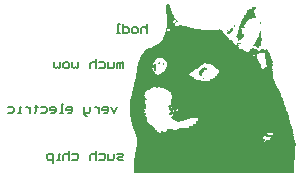
<source format=gbo>
G04*
G04 #@! TF.GenerationSoftware,Altium Limited,Altium Designer,21.2.2 (38)*
G04*
G04 Layer_Color=32896*
%FSLAX25Y25*%
%MOIN*%
G70*
G04*
G04 #@! TF.SameCoordinates,A8DC1787-E1FC-4306-BF81-433DAE83029F*
G04*
G04*
G04 #@! TF.FilePolarity,Positive*
G04*
G01*
G75*
%ADD50C,0.00500*%
G36*
X342637Y186128D02*
X342658Y186021D01*
X342722Y186000D01*
X342744Y185936D01*
X342829Y185893D01*
X342915Y185808D01*
X343000Y185765D01*
X343064Y185701D01*
X343107Y185530D01*
X343000Y185337D01*
X342915Y185295D01*
X342808Y185188D01*
X342765Y185102D01*
X342637Y184803D01*
X342594Y184547D01*
X342466Y184419D01*
X342509Y184120D01*
X342594Y184034D01*
X342637Y183949D01*
X342808Y183778D01*
X342851Y183607D01*
X342808Y183351D01*
X342765Y183222D01*
X342808Y183180D01*
X342765Y183137D01*
X342915Y182945D01*
X343000Y182987D01*
X343128Y182945D01*
X343342Y182902D01*
X343363Y182838D01*
X343278Y182752D01*
X343235Y182496D01*
X343171Y182389D01*
X342957Y182304D01*
X342701Y182218D01*
X342530Y182175D01*
X342359Y182218D01*
X342081Y182239D01*
X341932Y182175D01*
X341868Y182111D01*
X341825Y182026D01*
X341761Y181962D01*
X341462Y181791D01*
X341376Y181705D01*
X341035Y181791D01*
X340757Y181684D01*
X340693Y181620D01*
X340607Y181577D01*
X340543Y181513D01*
X340500Y181428D01*
X340287Y181214D01*
X340244Y181128D01*
X340052Y180936D01*
X339945Y180915D01*
X339902Y180787D01*
X340030Y180488D01*
X339988Y180402D01*
X339881Y180295D01*
X339582Y180124D01*
X339475Y180017D01*
X339432Y179932D01*
X339368Y179868D01*
X339154Y179740D01*
X339090Y179676D01*
X339133Y179376D01*
X339389Y179248D01*
X339411Y179141D01*
X339282Y179013D01*
X338941Y179056D01*
X338855Y179099D01*
X338471Y178885D01*
X338364Y178778D01*
X338406Y178607D01*
X338535Y178522D01*
X338577Y178351D01*
X338535Y178223D01*
X338406Y178009D01*
X338428Y177432D01*
X338406Y177197D01*
X338535Y176983D01*
X338642Y176877D01*
X339090Y176770D01*
X339304Y176727D01*
X339389Y176684D01*
X339325Y176321D01*
X339112Y175979D01*
X339005Y175873D01*
X338941Y175637D01*
X338877Y175573D01*
X338855Y175509D01*
X338684Y175467D01*
X338471Y175338D01*
X338300Y175125D01*
X338086Y175039D01*
X337915Y174996D01*
X337787Y174954D01*
X337488Y174911D01*
X337402Y174697D01*
X337360Y174655D01*
X337296Y174719D01*
X337338Y175018D01*
X337146Y175381D01*
X337060Y175424D01*
X336825Y175659D01*
X336783Y175744D01*
X336697Y175958D01*
X336654Y176086D01*
X336740Y176300D01*
X336761Y176407D01*
X336740Y176513D01*
X336954Y176898D01*
X337039Y176983D01*
X337167Y177283D01*
X337253Y177582D01*
X337296Y177881D01*
X337338Y178351D01*
X337552Y178650D01*
X337595Y178821D01*
X337637Y179120D01*
X337680Y179547D01*
X337723Y179676D01*
X337851Y179889D01*
X337979Y180017D01*
X338022Y180103D01*
X338150Y180231D01*
X338193Y180402D01*
X338278Y180701D01*
X338321Y180872D01*
X338428Y181363D01*
X338577Y181598D01*
X338663Y181812D01*
X338706Y181983D01*
X338748Y182239D01*
X338812Y182304D01*
X338983Y182346D01*
X339090Y182453D01*
Y182496D01*
X339112Y182517D01*
X339133Y182539D01*
X339090Y182667D01*
X339133Y182923D01*
X339240Y183030D01*
X339325Y183073D01*
X339560Y183265D01*
X339603Y183351D01*
X339817Y183650D01*
X339924Y183927D01*
X340073Y184248D01*
X340159Y184333D01*
X340265Y184611D01*
X340329Y184675D01*
X340351Y184739D01*
X340522Y184782D01*
X340778Y184825D01*
X340928Y184932D01*
X340970Y185017D01*
X341056Y185102D01*
X341077Y185167D01*
X341419Y185252D01*
X341675Y185295D01*
X341911Y185530D01*
X341953Y185615D01*
X342060Y185765D01*
X342445Y185978D01*
X342509Y186043D01*
X342551Y186171D01*
X342573Y186192D01*
X342637Y186128D01*
D02*
G37*
G36*
X314071Y186919D02*
X314199Y186790D01*
X314284Y186748D01*
X314562Y186214D01*
X314648Y186000D01*
X314690Y185829D01*
X314755Y185594D01*
X314861Y185316D01*
X314926Y184996D01*
X315139Y184654D01*
X315289Y184504D01*
X315353Y184227D01*
X315395Y183885D01*
X315460Y183564D01*
X315524Y183415D01*
X315631Y183393D01*
X315652Y183329D01*
X315866Y183244D01*
X315930Y183180D01*
X316015Y182880D01*
X316058Y182581D01*
X316079Y182218D01*
X316058Y182197D01*
X316101Y182069D01*
X316122Y181962D01*
X316186Y181940D01*
X316207Y181876D01*
X316400Y181769D01*
X316421Y181663D01*
X316122Y181620D01*
X316037Y181577D01*
X315994Y181620D01*
X315908Y181534D01*
X315780Y181492D01*
X315631Y181342D01*
X315673Y180872D01*
X315823Y180680D01*
X316143Y180530D01*
X316101Y180402D01*
X316143Y180274D01*
X316207Y179953D01*
X316293Y179825D01*
X316378Y179782D01*
X316507Y179654D01*
X316806Y179569D01*
X317147Y179612D01*
X317404Y179740D01*
X317532Y179697D01*
X317575Y179740D01*
X317703Y179697D01*
X318088Y179740D01*
X318301Y179825D01*
X318494Y179804D01*
X318515Y179740D01*
X318600Y179697D01*
X318686Y179612D01*
X318857Y179569D01*
X318985Y179526D01*
X319156Y179483D01*
X320032Y179419D01*
X320246Y179376D01*
X320609Y179270D01*
X320822Y179184D01*
X321100Y179077D01*
X321442Y178992D01*
X321912Y178864D01*
X322254Y178735D01*
X322831Y178671D01*
X323344Y178543D01*
X323792Y178436D01*
X324006Y178394D01*
X326228Y178351D01*
X326741Y178308D01*
X327403Y178287D01*
X327531Y178330D01*
X328407Y178308D01*
X329070Y178330D01*
X329198Y178287D01*
X330138Y178244D01*
X330266Y178201D01*
X330651Y178244D01*
X330950Y178372D01*
X331591Y178330D01*
X331719Y178287D01*
X331933Y178159D01*
X332082Y178009D01*
X332125Y177924D01*
X332296Y177753D01*
X332381Y177539D01*
X332595Y177154D01*
X332766Y176898D01*
X332894Y176684D01*
X332958Y176620D01*
X333257Y176449D01*
X333450Y176086D01*
X333834Y175701D01*
X333877Y175616D01*
X334112Y175381D01*
X334197Y175338D01*
X334539Y174996D01*
X334625Y174954D01*
X334710Y174868D01*
X335180Y174697D01*
X335373Y174505D01*
X335415Y174420D01*
X335608Y174185D01*
X335672Y174120D01*
X335714Y174035D01*
X335800Y173950D01*
X335928Y173736D01*
X336120Y173501D01*
X336248Y173373D01*
X336548Y173287D01*
X336740Y173394D01*
X336783Y173479D01*
X336975Y173757D01*
X337060Y173800D01*
X337189Y173928D01*
X337360Y173971D01*
X337530Y173928D01*
X337595Y173864D01*
X337445Y173757D01*
X337381Y173522D01*
X337402Y173287D01*
X337530Y173245D01*
X337723Y173351D01*
X337744Y173586D01*
X337723Y173693D01*
X337766Y173736D01*
X337723Y173779D01*
X337979Y173821D01*
X338129Y174014D01*
X338321Y173992D01*
X338342Y173885D01*
X338236Y173736D01*
X337894Y173394D01*
X337851Y173266D01*
X337701Y173073D01*
X337488Y172988D01*
X337381Y172881D01*
X337424Y172582D01*
X337616Y172347D01*
X337958Y172005D01*
X338236Y171898D01*
X338513Y171877D01*
X338642Y171920D01*
X338855Y171877D01*
X338919Y171813D01*
X338962Y171728D01*
X339090Y171599D01*
X339112Y171535D01*
X339197Y171493D01*
X339539Y171279D01*
X339817Y171172D01*
X339966Y171108D01*
X340265Y170937D01*
X340393Y170852D01*
X340372Y170830D01*
X340735Y170681D01*
X340949Y170723D01*
X341013Y170787D01*
X341056Y170958D01*
X341141Y171514D01*
X341248Y171706D01*
X341291Y171663D01*
X341419Y171792D01*
X341675Y171834D01*
X341889Y171962D01*
X341953Y172027D01*
X341975Y172091D01*
X342145Y172133D01*
X342445Y172091D01*
X342658Y172005D01*
X342829Y171962D01*
X343513Y171920D01*
X343812Y171364D01*
X343898Y171321D01*
X344026Y171279D01*
X344453Y171321D01*
X344538Y171407D01*
X344624Y171450D01*
X344731Y171599D01*
X344880Y171749D01*
X344966Y171792D01*
X345051Y171877D01*
X345137Y171920D01*
X345350Y172005D01*
X345692Y171962D01*
X345799Y171856D01*
X345842Y171343D01*
X345991Y171193D01*
X346205Y171236D01*
X346312Y171428D01*
X346376Y171663D01*
X346590Y171749D01*
X346761Y171706D01*
X346867Y171642D01*
X346889Y171578D01*
X346974Y171535D01*
X347081Y171428D01*
X347124Y171343D01*
X347893Y170104D01*
X347978Y169805D01*
X348192Y169249D01*
X348256Y169014D01*
X348534Y168480D01*
X348577Y168053D01*
X348748Y167668D01*
X348683Y167348D01*
X348662Y167155D01*
X348705Y167027D01*
X348748Y166472D01*
X348705Y166001D01*
X348662Y165873D01*
X348705Y165403D01*
X348748Y165275D01*
X348705Y164591D01*
X348748Y164463D01*
X348812Y162946D01*
X348897Y162433D01*
X348961Y162198D01*
X349004Y162113D01*
X349175Y161856D01*
X349367Y161322D01*
X349474Y161045D01*
X349517Y160874D01*
X349944Y159976D01*
X350029Y159763D01*
X350115Y159421D01*
X350222Y159143D01*
X350393Y158887D01*
X350457Y158823D01*
X351098Y157583D01*
X351183Y157498D01*
X351311Y157284D01*
X351397Y157071D01*
X351653Y156515D01*
X351717Y156152D01*
X351846Y155810D01*
X351888Y155725D01*
X351952Y155703D01*
X351995Y155618D01*
X352081Y155532D01*
X352123Y155404D01*
X352252Y155105D01*
X352358Y154827D01*
X352444Y154613D01*
X352551Y154378D01*
X352636Y154165D01*
X352700Y153631D01*
X352850Y153267D01*
X352935Y152968D01*
X352999Y152733D01*
X353106Y152455D01*
X353149Y152156D01*
X353277Y151729D01*
X353320Y151302D01*
X353512Y151067D01*
X353747Y150746D01*
X353790Y150575D01*
X353833Y150276D01*
X353875Y150105D01*
X354089Y149635D01*
X354153Y149357D01*
X354303Y148866D01*
X354367Y148332D01*
X354452Y148118D01*
X354495Y147947D01*
X354559Y147755D01*
X354623Y147221D01*
X354773Y146986D01*
X354944Y146815D01*
X355029Y146516D01*
X355072Y146217D01*
X355243Y145960D01*
X355328Y145618D01*
X355371Y145362D01*
X355627Y144807D01*
X355606Y144059D01*
X355649Y143845D01*
X355713Y143653D01*
X355755Y143482D01*
X355713Y143311D01*
X355755Y142884D01*
X355969Y142414D01*
X356055Y142200D01*
X356033Y141751D01*
X356076Y141538D01*
X356119Y141367D01*
X356268Y141089D01*
X356311Y140918D01*
X356397Y140320D01*
X356332Y138675D01*
X356290Y138119D01*
X356268Y138012D01*
X356311Y137884D01*
X356290Y137264D01*
X356311Y136730D01*
X356268Y136602D01*
X356311Y136175D01*
X356332Y136068D01*
X356247Y135598D01*
X356097Y135107D01*
X356055Y134935D01*
X355991Y134230D01*
X355948Y134060D01*
X355841Y133696D01*
X355798Y131603D01*
X355841Y131303D01*
X355820Y130598D01*
X302640Y130620D01*
X302597Y132970D01*
X302640Y133098D01*
X302683Y134765D01*
X302726Y134893D01*
X302768Y136004D01*
X302811Y136132D01*
X302854Y136730D01*
X302896Y136858D01*
X303003Y137521D01*
X303067Y137756D01*
X303196Y138183D01*
X303238Y138482D01*
X303345Y138931D01*
X303431Y139358D01*
X303473Y139615D01*
X303559Y140042D01*
X303602Y141068D01*
X303623Y141687D01*
X303580Y141815D01*
X303538Y142328D01*
X303409Y142627D01*
X303367Y142798D01*
X303281Y143097D01*
X303110Y143482D01*
X303003Y143760D01*
X302896Y143995D01*
X302768Y144294D01*
X302490Y145084D01*
X302448Y145255D01*
X302298Y145618D01*
X302213Y145918D01*
X302170Y146089D01*
X301999Y146644D01*
X301956Y146815D01*
X301871Y147114D01*
X301743Y147627D01*
X301636Y147905D01*
X301551Y148247D01*
X301508Y148631D01*
X301444Y149037D01*
X301358Y149251D01*
X301230Y150148D01*
X301187Y150832D01*
X301166Y151323D01*
X301251Y151836D01*
X301273Y152156D01*
X301230Y152285D01*
X301187Y152541D01*
X301102Y152755D01*
X301145Y153951D01*
X301187Y154122D01*
X301230Y154421D01*
X301294Y154955D01*
X301379Y155169D01*
X301529Y155447D01*
X301572Y156045D01*
X301700Y156344D01*
X301785Y156643D01*
X301828Y157071D01*
X301871Y157412D01*
X301956Y157626D01*
X302021Y157989D01*
X302063Y158160D01*
X302149Y158673D01*
X302277Y159314D01*
X302405Y159656D01*
X302469Y159891D01*
X302576Y160382D01*
X302619Y160596D01*
X302683Y160788D01*
X302811Y161087D01*
X302875Y161365D01*
X302918Y161536D01*
X302982Y161771D01*
X303067Y162070D01*
X303196Y162797D01*
X303238Y163224D01*
X303324Y163737D01*
X303367Y163908D01*
X303431Y164313D01*
X303452Y164591D01*
X303409Y164719D01*
X303473Y165168D01*
X303516Y165382D01*
X303559Y165766D01*
X303602Y166023D01*
X303644Y166236D01*
X303730Y166578D01*
X303772Y166792D01*
X303858Y167134D01*
X303922Y167369D01*
X304221Y168010D01*
X304478Y168565D01*
X304563Y168865D01*
X304627Y169099D01*
X304884Y169527D01*
X305140Y170040D01*
X305290Y170275D01*
X305589Y170659D01*
X305802Y170873D01*
X305845Y170958D01*
X306037Y171193D01*
X306379Y171535D01*
X306465Y171578D01*
X306721Y171749D01*
X306977Y171792D01*
X307618Y172091D01*
X308088Y172304D01*
X308687Y172518D01*
X309242Y172774D01*
X309328Y172817D01*
X309370D01*
X309755Y173031D01*
X310097Y173245D01*
X310396Y173415D01*
X310481Y173501D01*
X310567Y173544D01*
X310652Y173629D01*
X310738Y173672D01*
X310823Y173757D01*
X310909Y173800D01*
X311656Y174548D01*
X311699Y174633D01*
X311785Y174719D01*
X311827Y174804D01*
X312041Y175018D01*
X312169Y175232D01*
X312340Y175488D01*
X312383Y175573D01*
X312682Y176214D01*
X312938Y176813D01*
X313002Y177090D01*
X313024Y177283D01*
X312981Y177411D01*
X313024Y177624D01*
X313195Y177881D01*
X313216Y178201D01*
X313195Y178607D01*
X313366Y178906D01*
X313451Y179206D01*
X313515Y179526D01*
X313558Y179868D01*
X313601Y180295D01*
X313622Y181043D01*
X313579Y181171D01*
X313537Y182966D01*
X313494Y183094D01*
X313430Y183415D01*
X313366Y183607D01*
X313323Y183778D01*
X313280Y184205D01*
X313259Y184739D01*
X313280Y185829D01*
X313238Y185872D01*
X313280Y186000D01*
X313323Y186342D01*
X313579Y186812D01*
X313686Y186919D01*
X313857Y186961D01*
X314071Y186919D01*
D02*
G37*
G36*
X316635Y181577D02*
X316870Y181513D01*
X316977Y181449D01*
X316998Y181428D01*
X317126Y181128D01*
X317062Y180979D01*
X316891Y180936D01*
X316549Y181064D01*
X316507Y181235D01*
X316485Y181598D01*
X316507Y181620D01*
X316635Y181577D01*
D02*
G37*
G36*
X316400Y180829D02*
X316357Y180573D01*
X316314Y180530D01*
X316293Y180509D01*
X316186Y180573D01*
X316229Y180744D01*
X316293Y180851D01*
X316400Y180829D01*
D02*
G37*
G36*
X344774Y180701D02*
X344795Y180594D01*
X344752Y180423D01*
X344624Y180295D01*
X344474Y180316D01*
X344453Y180423D01*
X344538Y180637D01*
X344624Y180680D01*
X344645Y180701D01*
X344709Y180765D01*
X344774Y180701D01*
D02*
G37*
G36*
X336676Y180124D02*
X336697Y179932D01*
X336590Y179825D01*
X336334Y179782D01*
X336248Y179569D01*
X336227Y179547D01*
X336270Y179419D01*
X336227Y179291D01*
X336078Y179270D01*
X336014Y179334D01*
X335992Y179355D01*
X335928Y179547D01*
X335971Y179761D01*
X336120Y179953D01*
X336206Y179996D01*
X336590Y180167D01*
X336676Y180124D01*
D02*
G37*
G36*
X344731Y178308D02*
X344709Y178287D01*
X344667Y178244D01*
X344645Y178308D01*
X344709Y178372D01*
X344731Y178308D01*
D02*
G37*
G36*
X333791Y178137D02*
X333877Y178052D01*
X333813Y177945D01*
X333685Y177902D01*
X333535Y178052D01*
X333599Y178116D01*
X333770Y178159D01*
X333791Y178137D01*
D02*
G37*
G36*
X335458Y178693D02*
X335415Y178565D01*
X335458Y178265D01*
X335501Y178137D01*
X335458Y177924D01*
X335266Y177731D01*
X335202Y177710D01*
X335159Y177624D01*
X334924Y177389D01*
X334838Y177347D01*
X334796Y177304D01*
X334774Y177283D01*
X334518Y177026D01*
X334496Y176962D01*
X334411Y176919D01*
X334112Y176791D01*
X333770Y176834D01*
X333578Y176983D01*
X333535Y177197D01*
X333706Y177496D01*
X333770Y177603D01*
X333834Y177624D01*
X333856Y177689D01*
X333941Y177731D01*
X334069Y177774D01*
X334240Y177817D01*
X334368Y177859D01*
X334561Y177966D01*
X334603Y178265D01*
X334518Y178479D01*
X334582Y178586D01*
X334988Y178735D01*
X335308Y178842D01*
X335458Y178693D01*
D02*
G37*
G36*
X337680Y173779D02*
X337659Y173757D01*
X337637Y173779D01*
X337659Y173800D01*
X337680Y173779D01*
D02*
G37*
G36*
X344731Y177710D02*
X344816Y177496D01*
X344902Y176727D01*
X344859Y176684D01*
X344902Y176556D01*
X344838Y176150D01*
X344795Y175937D01*
X344731Y175873D01*
X344688Y175573D01*
X344752Y175509D01*
X344816Y175531D01*
X344838Y175595D01*
X345137Y175424D01*
X345180Y175253D01*
X345201Y175103D01*
X345158Y174975D01*
X345094Y174697D01*
X344966Y174355D01*
X344944Y174078D01*
X345030Y173864D01*
X344902Y173650D01*
X344838Y173501D01*
X344902Y173266D01*
X344880Y173116D01*
X344795Y173073D01*
X344667Y172945D01*
X344581Y172903D01*
X344453Y172774D01*
X344368Y172732D01*
X344282Y172646D01*
X344197Y172603D01*
X344068Y172475D01*
X343812Y172347D01*
X343684Y172390D01*
X343513Y172433D01*
X343214Y172646D01*
X343128Y172689D01*
X342915Y172817D01*
X342573Y172774D01*
X342380Y172924D01*
X342338Y173095D01*
X342423Y173309D01*
X342551Y173437D01*
X342594Y173522D01*
X342765Y173693D01*
X342808Y173779D01*
X343021Y173992D01*
X343363Y174676D01*
Y174719D01*
X343492Y175018D01*
X343534Y175189D01*
X343620Y175402D01*
X343812Y175637D01*
X343919Y175744D01*
X344004Y175958D01*
X344111Y176236D01*
X344175Y176300D01*
X344282Y176577D01*
X344346Y176813D01*
X344389Y177154D01*
X344346Y177197D01*
X344389Y177325D01*
X344453Y177603D01*
X344496Y177689D01*
X344581Y177731D01*
X344624Y177774D01*
X344731Y177710D01*
D02*
G37*
%LPC*%
G36*
X314584Y178629D02*
X314199Y178586D01*
X314156D01*
X313814Y178543D01*
X313708Y178479D01*
X313686Y178415D01*
X313622Y178394D01*
X313601Y178201D01*
X313686Y177988D01*
X313814Y177859D01*
X314114Y177902D01*
X314242Y177945D01*
X314370Y177902D01*
X314584Y177988D01*
X314690Y178094D01*
X314648Y178565D01*
X314584Y178629D01*
D02*
G37*
G36*
X342487Y170040D02*
X342445Y169997D01*
X342402D01*
X342274Y169954D01*
X342210Y169847D01*
X342295Y169805D01*
X342338Y169719D01*
X342530Y169655D01*
X342744Y169698D01*
X342851Y169762D01*
X342808Y169847D01*
X342701Y169954D01*
X342487Y170040D01*
D02*
G37*
G36*
X344880Y170681D02*
X344368Y170638D01*
X344154Y170552D01*
X343769Y170339D01*
X343577Y170189D01*
X343534Y170018D01*
X343577Y169847D01*
X343705Y169548D01*
X343791Y169334D01*
X343748Y169164D01*
X343663Y169121D01*
X343620Y169035D01*
X343577Y168907D01*
X343620Y168693D01*
X343748Y168565D01*
X343791Y168095D01*
X344068Y167732D01*
X344132Y167711D01*
X344175Y167625D01*
X344517Y167283D01*
X344560Y167198D01*
X344816Y166728D01*
X345030Y166514D01*
X344987Y166172D01*
X344944Y166044D01*
X344987Y165831D01*
X345244Y165360D01*
X345436Y165126D01*
X345607Y165083D01*
X345884Y165232D01*
X345906Y165296D01*
X345991Y165339D01*
X346376Y165724D01*
X346461Y165766D01*
X346696Y166001D01*
X346739Y166172D01*
X346696Y167241D01*
X346654Y167369D01*
X346696Y167497D01*
X346654Y167924D01*
X346568Y168138D01*
X346504Y168416D01*
X346461Y168587D01*
X346355Y168736D01*
X346290Y168843D01*
X346226Y168865D01*
X346290Y169783D01*
X346355Y170018D01*
X346376Y170125D01*
X346355Y170232D01*
Y170275D01*
X346312Y170360D01*
X346205Y170467D01*
X346077Y170510D01*
X345778Y170381D01*
X345521Y170552D01*
X345308Y170638D01*
X344880Y170681D01*
D02*
G37*
G36*
X311464Y168800D02*
X311336Y168758D01*
X310481Y168715D01*
X309926Y168416D01*
X309819Y168352D01*
X309776Y168266D01*
X309563Y168053D01*
X309520Y167967D01*
X309221Y167412D01*
X309050Y167155D01*
X309007Y166856D01*
X309050Y166600D01*
X309114Y166536D01*
X309370Y166578D01*
X309627Y167048D01*
X309926Y167219D01*
X310075Y167454D01*
X310139Y167518D01*
X310268Y167476D01*
X310332Y167412D01*
X310310Y167134D01*
X310139Y167091D01*
X309990Y167027D01*
X309947Y166856D01*
X309840Y166407D01*
X309755Y166066D01*
X309734Y165660D01*
X309776Y165531D01*
X309905Y165019D01*
X309862Y164591D01*
X309755Y164485D01*
X309584Y164442D01*
X309541Y164485D01*
X309520Y164506D01*
X309306Y164890D01*
X309199Y164997D01*
X309114Y165040D01*
X309071Y165211D01*
X309093Y165660D01*
X308943Y165852D01*
X308836Y165873D01*
X308751Y165788D01*
X308708Y165617D01*
X308751Y165147D01*
X308964Y164933D01*
X309007Y164762D01*
X309071Y164527D01*
X309135Y164378D01*
X309199Y164313D01*
X309285Y164271D01*
X309477Y164078D01*
X309648Y163779D01*
X310011Y163587D01*
X310310Y163373D01*
X310610Y163331D01*
X310994Y163373D01*
X311293Y163544D01*
X311486Y163694D01*
X311528Y163779D01*
X311721Y163972D01*
X311998Y164078D01*
X312233Y164228D01*
X312810Y164805D01*
X312853Y164890D01*
X313045Y165126D01*
X313152Y165275D01*
X313238Y165360D01*
X313366Y165660D01*
X313579Y166215D01*
X313622Y166386D01*
X313601Y167006D01*
X313622Y167326D01*
X313451Y167625D01*
X313302Y167732D01*
X313067Y167924D01*
X312938Y168053D01*
X312896Y168138D01*
X312661Y168373D01*
X311934Y168715D01*
X311763Y168758D01*
X311464Y168800D01*
D02*
G37*
G36*
X326378Y167091D02*
X325993Y167048D01*
X325737Y166877D01*
X325459Y166771D01*
X325224Y166621D01*
X324989Y166429D01*
X324797Y166236D01*
X324711Y166194D01*
X324625Y166108D01*
X324540Y166066D01*
X324305Y165873D01*
X324091Y165660D01*
X324070Y165595D01*
X324049Y165574D01*
X323942Y165467D01*
X323515Y165296D01*
X323344Y165254D01*
X323002Y165211D01*
X322852Y165104D01*
X322810Y165019D01*
X322681Y164805D01*
X322617Y164741D01*
X322446Y164698D01*
X322168Y164591D01*
X321955Y164207D01*
X321891Y164143D01*
X321528Y164078D01*
X321207Y163758D01*
X321122Y163715D01*
X321015Y163609D01*
X320929Y163395D01*
X320972Y163224D01*
X321079Y163074D01*
X321378Y162989D01*
X321848Y162946D01*
X321955Y162839D01*
X321998Y162754D01*
X322062Y162690D01*
X322361Y162562D01*
X322446Y162519D01*
X322553Y162412D01*
X322703Y162006D01*
X322745Y161921D01*
X323044Y161792D01*
X323472Y161664D01*
X323920Y161600D01*
X324262Y161472D01*
X324497Y161408D01*
X324668Y161365D01*
X325160Y161258D01*
X325673Y161173D01*
X325886Y161130D01*
X326121Y161109D01*
X326335Y161237D01*
X326463Y161365D01*
X326634Y161408D01*
X326890Y161365D01*
X327104Y161280D01*
X327574Y161322D01*
X327937Y161600D01*
X327980Y161686D01*
X328044Y161750D01*
X328215Y161792D01*
X328642Y161835D01*
X328984Y162177D01*
X329198Y162305D01*
X329497Y162519D01*
X329582Y162562D01*
X329646Y162626D01*
X329689Y162711D01*
X329882Y162946D01*
X330117Y163138D01*
X330330Y163523D01*
X330757Y163950D01*
X330800Y164036D01*
X330886Y164250D01*
X330928Y164420D01*
X330971Y164719D01*
X331035Y164784D01*
X331142Y164805D01*
X331099Y164933D01*
X331035Y164954D01*
X330907Y164826D01*
X330736Y164869D01*
X330501Y165061D01*
X330266Y165296D01*
X329882Y165510D01*
X329646Y165702D01*
X329497Y165852D01*
X329412Y165895D01*
X329176Y166087D01*
X328984Y166279D01*
X328770Y166365D01*
X328429Y166493D01*
X328130Y166707D01*
X327788Y166792D01*
X327446Y166835D01*
X327318Y166877D01*
X327018Y166920D01*
X326549Y167048D01*
X326378Y167091D01*
D02*
G37*
G36*
X309755Y159143D02*
X309093Y159079D01*
X308729Y159015D01*
X308601Y158887D01*
X308387Y158801D01*
X308217Y158758D01*
X308003Y158673D01*
X307939Y158609D01*
X307982Y158352D01*
X308024Y158310D01*
X307960Y158203D01*
X307747Y158117D01*
X307191Y158160D01*
X306977Y158117D01*
X306678Y157904D01*
X306443Y157712D01*
X306315Y157583D01*
X306230Y157284D01*
X306166Y157006D01*
X306101Y156771D01*
X306059Y156600D01*
X306101Y156216D01*
X306358Y155660D01*
X306422Y155383D01*
X306550Y155254D01*
X306871Y155190D01*
X307020Y155084D01*
X307084Y155019D01*
X307042Y154849D01*
X306977Y154784D01*
X306849Y154742D01*
X306721Y154784D01*
X306507Y154913D01*
X306379Y154955D01*
X306251Y154913D01*
X306144Y154635D01*
X306187Y154165D01*
X306272Y153951D01*
X306358Y153652D01*
X306400Y153481D01*
X306443Y153139D01*
X306486Y153011D01*
X306443Y152883D01*
X306379Y152605D01*
X306358Y152498D01*
X306400Y152370D01*
X306486Y152156D01*
X306465Y151921D01*
X306358Y151900D01*
X306037Y151921D01*
X305930Y151814D01*
X305973Y151686D01*
X306187Y151473D01*
X306144Y151131D01*
X305930Y150917D01*
X305909Y150810D01*
X305952Y150725D01*
X306123Y150682D01*
X306379Y150639D01*
X306443Y150575D01*
X306400Y150233D01*
X306230Y149849D01*
X306187Y149678D01*
X306230Y149592D01*
X306336Y149486D01*
X306635Y149400D01*
X306849Y149272D01*
X306871Y149123D01*
X306828Y148994D01*
X306785Y148823D01*
X306828Y148054D01*
X306999Y147755D01*
X307084Y147670D01*
X307127Y147584D01*
X307383Y147328D01*
X307554Y147029D01*
X307661Y146922D01*
X307747Y146879D01*
X307896Y146730D01*
X307917Y146665D01*
X308131Y146580D01*
X308430Y146537D01*
X309135Y145832D01*
X309178Y145747D01*
X309263Y145661D01*
X309306Y145576D01*
X309370Y145512D01*
X309456Y145469D01*
X309584Y145341D01*
X309648Y145319D01*
X309691Y145234D01*
X309840Y144913D01*
X310182Y144828D01*
X310246Y144636D01*
X310289Y144336D01*
X310353Y144272D01*
X310738Y144102D01*
X310909Y144059D01*
X311186Y143952D01*
X311293Y143930D01*
X311507Y144059D01*
X311571Y144123D01*
X311614Y144208D01*
X311656Y144336D01*
X311699Y144678D01*
X311763Y144743D01*
X312105Y144700D01*
X312126Y144636D01*
X312084Y144507D01*
X312062Y144315D01*
X312191Y144272D01*
X312276Y144315D01*
X312298Y144379D01*
X312255Y144465D01*
X312319Y144614D01*
X312575Y144571D01*
X312832Y144315D01*
X313002Y144272D01*
X313174Y144315D01*
X313280Y144422D01*
X313408Y144636D01*
X313515Y144785D01*
X313601Y144828D01*
X313665Y144892D01*
X313708Y145020D01*
X313836Y145234D01*
X313900Y145298D01*
X314199Y145341D01*
X314755Y145298D01*
X314883Y145341D01*
X315267Y145298D01*
X315374Y145191D01*
X315417Y145106D01*
X315481Y145042D01*
X315566Y144999D01*
X315780Y144913D01*
X316677Y144956D01*
X316806Y144913D01*
X317019Y145042D01*
X317404Y145341D01*
X317468Y145405D01*
X317511Y145490D01*
X317575Y145554D01*
X317746Y145597D01*
X318429Y145640D01*
X318558Y145683D01*
X319028Y145640D01*
X319284Y145469D01*
X319690Y145618D01*
X320010Y145640D01*
X320139Y145512D01*
X320310Y145469D01*
X320566Y145512D01*
X320716Y145661D01*
X320737Y145725D01*
X320822Y145768D01*
X320929Y145875D01*
X320908Y146024D01*
X320929Y146046D01*
X320886Y146174D01*
X320993Y146324D01*
X321207Y146281D01*
X321463Y146110D01*
X321805Y146024D01*
X322147Y146067D01*
X322211Y146131D01*
X322254Y146302D01*
X322297Y146687D01*
X322361Y146751D01*
X322446Y146794D01*
X322532Y146879D01*
X322873Y146965D01*
X323087Y147007D01*
X323151Y147071D01*
X323194Y147242D01*
X323237Y147584D01*
X323322Y147670D01*
X323365Y147798D01*
X323515Y147947D01*
X323899Y148161D01*
X324006Y148396D01*
X323963Y148524D01*
X323835Y148738D01*
X323728Y148845D01*
X323643Y148887D01*
X323429Y148973D01*
X323130Y149016D01*
X322831Y148973D01*
X322617Y148887D01*
X321955Y148909D01*
X321741Y148781D01*
X321698Y148695D01*
X321634Y148631D01*
X321421Y148674D01*
X321292Y148716D01*
X320993Y148674D01*
X320737Y148503D01*
X320438Y148417D01*
X320096Y148375D01*
X319968Y148332D01*
X319754Y148247D01*
X319412Y148161D01*
X319156Y148118D01*
X318771Y147947D01*
X318173Y147905D01*
X317618Y147520D01*
X317318Y147434D01*
X317190Y147477D01*
X317083Y147584D01*
X316955Y147798D01*
X316891Y147862D01*
X316549Y147947D01*
X316058Y148054D01*
X315844Y148140D01*
X315417Y148396D01*
X315289Y148524D01*
X315182Y148716D01*
X314968Y148845D01*
X314904Y149037D01*
X314947Y149208D01*
X315011Y149272D01*
X315096Y149315D01*
X315289Y149507D01*
X315460Y149806D01*
X315545Y150020D01*
X315438Y150212D01*
X315267Y150255D01*
X315096Y150212D01*
X314797Y149913D01*
X314584Y149828D01*
X314520Y149892D01*
X314477Y149977D01*
X314306Y150276D01*
X314220Y150490D01*
X314327Y150597D01*
X314733Y150746D01*
X314819Y150832D01*
X314861Y151003D01*
X314819Y151302D01*
X314669Y151494D01*
X314327Y151451D01*
X314199Y151409D01*
X314114Y151451D01*
X314050Y151515D01*
X314092Y151814D01*
X314220Y151943D01*
X314263Y152028D01*
X314306Y152156D01*
X314263Y152370D01*
X314156Y152477D01*
X314071Y152520D01*
X314007Y152584D01*
X314050Y152755D01*
X314220Y153054D01*
X314413Y153118D01*
X314626Y153246D01*
X314690Y153310D01*
X314861Y153652D01*
Y153695D01*
X314904Y154122D01*
X314947Y154849D01*
X315032Y155062D01*
X315075Y155361D01*
X315203Y155789D01*
X315139Y156109D01*
X315096Y156280D01*
X315054Y157006D01*
X314947Y157284D01*
X314755Y157519D01*
X314669Y157605D01*
X314391Y157712D01*
X314242Y157818D01*
X314135Y157925D01*
X314114Y157989D01*
X314028Y158032D01*
X313729Y158160D01*
X313644Y158203D01*
X313216Y158502D01*
X313002Y158588D01*
X312532Y158801D01*
X312362Y158844D01*
X311870Y158908D01*
X311699Y158951D01*
X311486Y158993D01*
X311229Y159036D01*
X311016Y159079D01*
X310781Y159100D01*
X310652Y159057D01*
X310182Y158929D01*
X309883Y159100D01*
X309755Y159143D01*
D02*
G37*
G36*
X316336Y153417D02*
X316186Y153396D01*
X316229Y153225D01*
X316250Y153203D01*
X316357Y153267D01*
Y153310D01*
X316336Y153417D01*
D02*
G37*
G36*
X315139Y152690D02*
X315096D01*
X314883Y152648D01*
X314861Y152455D01*
X315011Y152306D01*
X315225Y152349D01*
X315267Y152520D01*
X315225Y152648D01*
X315139Y152690D01*
D02*
G37*
G36*
X316934Y151836D02*
X316763Y151750D01*
X316742Y151729D01*
X316656Y151515D01*
X316699Y151345D01*
X316763Y151280D01*
X316934Y151238D01*
X317126Y151345D01*
X317169Y151515D01*
X317126Y151772D01*
X316934Y151836D01*
D02*
G37*
G36*
X315780Y151537D02*
X315652Y151494D01*
X315609D01*
X315524Y151451D01*
X315417Y151345D01*
X315374Y151216D01*
X315481Y151024D01*
X315652Y150981D01*
X315951Y151024D01*
X316058Y151131D01*
X316015Y151430D01*
X315951Y151494D01*
X315780Y151537D01*
D02*
G37*
G36*
X316293Y149742D02*
X316271Y149721D01*
X316293Y149699D01*
X316314Y149721D01*
X316293Y149742D01*
D02*
G37*
G36*
X315438Y148973D02*
X315289Y148866D01*
X315310Y148759D01*
X315331Y148738D01*
X315481Y148716D01*
X315631Y148781D01*
X315588Y148951D01*
X315438Y148973D01*
D02*
G37*
G36*
X318344Y145383D02*
X318259Y145341D01*
X318194Y145277D01*
X318237Y145106D01*
X318259Y145084D01*
X318408Y145106D01*
X318429Y145255D01*
X318344Y145383D01*
D02*
G37*
G36*
X347786Y143930D02*
X347401Y143760D01*
X346910Y143695D01*
X346846Y143631D01*
X346632Y143503D01*
X346846Y143418D01*
X347209Y143396D01*
X347231Y143418D01*
X347359Y143375D01*
X347530Y143332D01*
X348042Y143290D01*
X348085Y143247D01*
X348213Y143290D01*
X348384Y143247D01*
X348598Y143290D01*
X348769Y143461D01*
X348833Y143482D01*
X348919Y143824D01*
X348897Y143845D01*
X348812Y143802D01*
X348683Y143845D01*
X348598Y143802D01*
X348384Y143717D01*
X348042Y143760D01*
X347914Y143888D01*
X347893Y143909D01*
X347786Y143930D01*
D02*
G37*
G36*
X345778Y143033D02*
X345671Y142969D01*
X345692Y142905D01*
X345778Y142862D01*
X345842Y142798D01*
X345799Y142670D01*
X345714Y142456D01*
X345671Y142285D01*
X345714Y141986D01*
X345778Y141922D01*
X345970Y141901D01*
X346119Y141922D01*
X346269Y141815D01*
X346226Y141473D01*
X346119Y141367D01*
X346034Y141324D01*
X345863Y141153D01*
X345842Y141132D01*
X345799Y141003D01*
X345863Y140939D01*
X346162Y140982D01*
X346226Y141046D01*
X346269Y141217D01*
X346333Y141281D01*
X346504Y141324D01*
X346632Y141367D01*
X347188Y141409D01*
X347701Y141452D01*
X347808Y141559D01*
X347850Y141858D01*
X348042Y142050D01*
X348256Y142136D01*
X348277Y142285D01*
X348128Y142435D01*
X347808Y142499D01*
X347637Y142542D01*
X347380Y142585D01*
X347038Y142627D01*
X346867Y142670D01*
X346632Y142777D01*
X346333Y142819D01*
X345991Y142862D01*
X345842Y142926D01*
X345799Y143012D01*
X345778Y143033D01*
D02*
G37*
%LPD*%
G36*
X311080Y167433D02*
X311144Y167369D01*
Y167326D01*
X311186Y167198D01*
X311144Y167070D01*
X311080Y167006D01*
X310674Y166941D01*
X310610Y166920D01*
X310588Y167070D01*
X310631Y167198D01*
X310738Y167433D01*
X310909Y167476D01*
X311080Y167433D01*
D02*
G37*
G36*
X312597Y167070D02*
X312554Y166813D01*
X312447Y166707D01*
X312191Y166664D01*
X312084Y166728D01*
X312041Y166813D01*
Y166856D01*
X312084Y167070D01*
X312148Y167134D01*
X312447Y167177D01*
X312597Y167070D01*
D02*
G37*
G36*
X326164Y165724D02*
X326463Y165595D01*
X326634Y165553D01*
X326848Y165467D01*
X326933Y165425D01*
X327040Y165318D01*
X326997Y165104D01*
X326762Y164997D01*
X326549Y164954D01*
X326335Y165040D01*
X326164Y165083D01*
X325993Y165040D01*
X325843Y164890D01*
X325758Y164677D01*
X325459Y164036D01*
X325331Y163609D01*
X325267Y163331D01*
X325224Y163074D01*
X325160Y162925D01*
X325053Y162818D01*
X324882Y162861D01*
X324625Y162903D01*
X324476Y163053D01*
X324391Y163267D01*
X324348Y163438D01*
X324391Y164164D01*
X324861Y165061D01*
X325053Y165254D01*
X325138Y165296D01*
X325224Y165382D01*
X325309Y165425D01*
X325523Y165638D01*
X325544Y165660D01*
X325779Y165766D01*
X326164Y165724D01*
D02*
G37*
G36*
X325758Y162113D02*
X325779Y161963D01*
X325758Y161942D01*
Y161899D01*
X325566Y161878D01*
X325459Y161985D01*
X325501Y162156D01*
X325694Y162177D01*
X325758Y162113D01*
D02*
G37*
G36*
X313921Y150789D02*
X313900Y150768D01*
X313878Y150789D01*
X313857Y150810D01*
X313836Y150960D01*
X313900Y150981D01*
X313921Y150789D01*
D02*
G37*
D50*
X297039Y152613D02*
X296040Y150614D01*
X295040Y152613D01*
X292541Y150614D02*
X293541D01*
X294040Y151114D01*
Y152113D01*
X293541Y152613D01*
X292541D01*
X292041Y152113D01*
Y151613D01*
X294040D01*
X291041Y152613D02*
Y150614D01*
Y151613D01*
X290542Y152113D01*
X290042Y152613D01*
X289542D01*
X288042D02*
Y151114D01*
X287543Y150614D01*
X286043D01*
Y150114D01*
X286543Y149614D01*
X287043D01*
X286043Y150614D02*
Y152613D01*
X280545Y150614D02*
X281544D01*
X282044Y151114D01*
Y152113D01*
X281544Y152613D01*
X280545D01*
X280045Y152113D01*
Y151613D01*
X282044D01*
X279045Y150614D02*
X278046D01*
X278545D01*
Y153613D01*
X279045D01*
X275046Y150614D02*
X276046D01*
X276546Y151114D01*
Y152113D01*
X276046Y152613D01*
X275046D01*
X274547Y152113D01*
Y151613D01*
X276546D01*
X271548Y152613D02*
X273047D01*
X273547Y152113D01*
Y151114D01*
X273047Y150614D01*
X271548D01*
X270048Y153113D02*
Y152613D01*
X270548D01*
X269548D01*
X270048D01*
Y151114D01*
X269548Y150614D01*
X268049Y152613D02*
Y150614D01*
Y151613D01*
X267549Y152113D01*
X267049Y152613D01*
X266549D01*
X265050Y150614D02*
X264050D01*
X264550D01*
Y152613D01*
X265050D01*
X260551D02*
X262051D01*
X262550Y152113D01*
Y151114D01*
X262051Y150614D01*
X260551D01*
X299008Y165362D02*
Y167361D01*
X298508D01*
X298008Y166862D01*
Y165362D01*
Y166862D01*
X297508Y167361D01*
X297008Y166862D01*
Y165362D01*
X296009Y167361D02*
Y165862D01*
X295509Y165362D01*
X294009D01*
Y167361D01*
X291010D02*
X292510D01*
X293010Y166862D01*
Y165862D01*
X292510Y165362D01*
X291010D01*
X290011Y168361D02*
Y165362D01*
Y166862D01*
X289511Y167361D01*
X288511D01*
X288011Y166862D01*
Y165362D01*
X284013Y167361D02*
Y165862D01*
X283513Y165362D01*
X283013Y165862D01*
X282513Y165362D01*
X282013Y165862D01*
Y167361D01*
X280514Y165362D02*
X279514D01*
X279014Y165862D01*
Y166862D01*
X279514Y167361D01*
X280514D01*
X281014Y166862D01*
Y165862D01*
X280514Y165362D01*
X278015Y167361D02*
Y165862D01*
X277515Y165362D01*
X277015Y165862D01*
X276515Y165362D01*
X276015Y165862D01*
Y167361D01*
X299008Y134866D02*
X297508D01*
X297008Y135365D01*
X297508Y135865D01*
X298508D01*
X299008Y136365D01*
X298508Y136865D01*
X297008D01*
X296009D02*
Y135365D01*
X295509Y134866D01*
X294009D01*
Y136865D01*
X291010D02*
X292510D01*
X293010Y136365D01*
Y135365D01*
X292510Y134866D01*
X291010D01*
X290011Y137865D02*
Y134866D01*
Y136365D01*
X289511Y136865D01*
X288511D01*
X288011Y136365D01*
Y134866D01*
X282013Y136865D02*
X283513D01*
X284013Y136365D01*
Y135365D01*
X283513Y134866D01*
X282013D01*
X281014Y137865D02*
Y134866D01*
Y136365D01*
X280514Y136865D01*
X279514D01*
X279014Y136365D01*
Y134866D01*
X278015D02*
X277015D01*
X277515D01*
Y136865D01*
X278015D01*
X275516Y133866D02*
Y136865D01*
X274016D01*
X273516Y136365D01*
Y135365D01*
X274016Y134866D01*
X275516D01*
X306882Y180172D02*
Y177173D01*
Y178673D01*
X306382Y179173D01*
X305382D01*
X304883Y178673D01*
Y177173D01*
X303383D02*
X302383D01*
X301884Y177673D01*
Y178673D01*
X302383Y179173D01*
X303383D01*
X303883Y178673D01*
Y177673D01*
X303383Y177173D01*
X298885Y180172D02*
Y177173D01*
X300384D01*
X300884Y177673D01*
Y178673D01*
X300384Y179173D01*
X298885D01*
X297885Y177173D02*
X296885D01*
X297385D01*
Y180172D01*
X297885D01*
M02*

</source>
